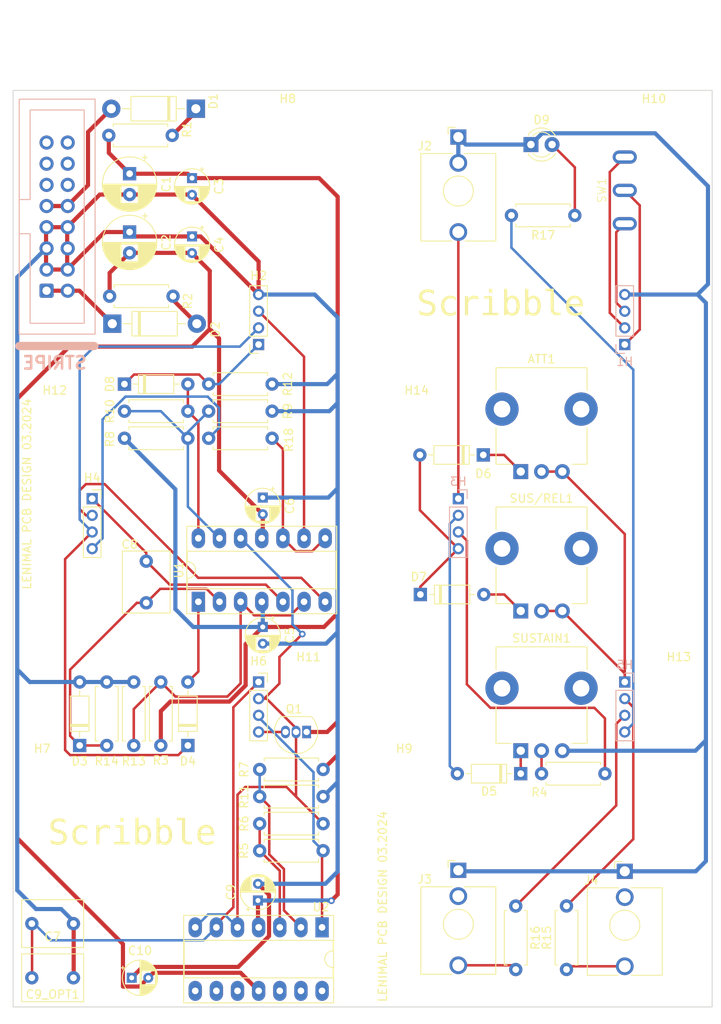
<source format=kicad_pcb>
(kicad_pcb (version 20221018) (generator pcbnew)
  (layers (0 "F.Cu" signal) (31 "B.Cu" signal) (34 "B.Paste" user) (35 "F.Paste" user) (36 "B.SilkS" user "B.Silkscreen") (37 "F.SilkS" user "F.Silkscreen") (38 "B.Mask" user) (39 "F.Mask" user) (44 "Edge.Cuts" user))
  (net 0 "")
  (net 1 "+12V")
  (net 2 "GNDREF")
  (net 3 "-12V")
  (net 4 "Net-(D6-K)")
  (net 5 "Net-(ATT1-Pad2)")
  (net 6 "Net-(U1B-+)")
  (net 7 "Net-(D3-K)")
  (net 8 "Net-(D4-K)")
  (net 9 "Net-(D4-A)")
  (net 10 "Net-(D5-K)")
  (net 11 "Net-(D5-A)")
  (net 12 "Net-(D6-A)")
  (net 13 "Net-(D7-A)")
  (net 14 "Net-(D8-K)")
  (net 15 "Net-(D8-A)")
  (net 16 "Net-(D9-A)")
  (net 17 "Net-(H3-Pad1)")
  (net 18 "Net-(H4-Pad4)")
  (net 19 "Net-(U2B--)")
  (net 20 "Net-(Q1-E)")
  (net 21 "Net-(Q1-B)")
  (net 28 "Net-(J3-PadT)")
  (net 29 "Net-(J4-PadT)")
  (net 31 "Net-(U1A-+)")
  (net 32 "Net-(R4-Pad1)")
  (net 34 "Net-(U2A-+)")
  (net 35 "Net-(U2A--)")
  (net 36 "Net-(U1D--)")
  (net 37 "Net-(U1C-+)")
  (net 38 "Net-(SW1-B)")
  (net 45 "Net-(D1-K)")
  (net 46 "Net-(D1-A)")
  (net 47 "Net-(D2-K)")
  (net 48 "Net-(D2-A)")
  (net 49 "Net-(SW1-A)")
  (net 50 "Net-(SW1-C)")
  (net 51 "Net-(U1C--)")
  (net 52 "Net-(H3-Pad3)")
  (net 53 "Net-(H4-Pad2)")
  (net 54 "Net-(H5-Pad2)")
  (net 55 "Net-(H5-Pad3)")
  (net 56 "Net-(H5-Pad4)")
  (net 57 "Net-(H6-Pad3)")
  (footprint "synth-custom:C_RECT_MKT_1uF" (layer "F.Cu") (at 52.25 156.5)
    (fp_text reference "C9_OPT1")
    (fp_text value "1uF")
  )
  (footprint "synth-custom:R_Axial_DIN0207_L6.3mm_D2.5mm_P7.62mm_Horizontal" (layer "F.Cu") (at 79.63 141.25)
    (fp_text reference "R5")
    (fp_text value "100K")
  )
  (footprint "Capacitor_THT:CP_Radial_D4.0mm_P2.00mm" (layer "F.Cu") (at 80 114.3974 -90)
    (fp_text reference "C5")
    (fp_text value "0.1uF")
  )
  (footprint "Capacitor_THT:CP_Radial_D4.0mm_P2.00mm" (layer "F.Cu") (at 64.25 156.5)
    (fp_text reference "C10")
    (fp_text value "0.1uF")
  )
  (footprint "Diode_THT:D_DO-35_SOD27_P7.62mm_Horizontal" (layer "F.Cu") (at 63.38 85.25)
    (fp_text reference "D8")
    (fp_text value "1N4148")
  )
  (footprint "MountingHole:MountingHole_2.5mm" (layer "F.Cu") (at 55 89.5)
    (fp_text reference "H12")
    (fp_text value "MountingHole" hide)
  )
  (footprint "synth-custom:SPDT_Toggle" (layer "F.Cu") (at 123.5 62 90)
    (fp_text reference "SW1")
    (fp_text value "LOOP")
  )
  (footprint "synth-custom:PinSocket_1x04_P2.00mm_Vertical" (layer "F.Cu") (at 79.5 121)
    (fp_text reference "H6")
    (fp_text value "BTM_8_SGL")
  )
  (footprint "synth-custom:R_Axial_DIN0207_L6.3mm_D2.5mm_P7.62mm_Horizontal" (layer "F.Cu") (at 113.5 132)
    (fp_text reference "R4")
    (fp_text value "100K")
  )
  (footprint "synth-custom:R_Axial_DIN0207_L6.3mm_D2.5mm_P7.62mm_Horizontal" (layer "F.Cu") (at 79.63 134.75)
    (fp_text reference "R11")
    (fp_text value "100K")
  )
  (footprint "Potentiometer_THT:Potentiometer_TT_P0915N" (layer "F.Cu") (at 111 112.475)
    (fp_text reference "SUS/REL1")
    (fp_text value "A1M")
  )
  (footprint "Capacitor_THT:CP_Radial_D6.3mm_P2.50mm" (layer "F.Cu") (at 64 67 -90)
    (fp_text reference "C2")
    (fp_text value "47uF")
  )
  (footprint "Capacitor_THT:CP_Radial_D4.0mm_P2.00mm" (layer "F.Cu") (at 71.5 67.527401 -90)
    (fp_text reference "C4")
    (fp_text value "0.1uF")
  )
  (footprint "synth-custom:R_Axial_DIN0207_L6.3mm_D2.5mm_P7.62mm_Horizontal" (layer "F.Cu") (at 64.5 128.62 90)
    (fp_text reference "R13")
    (fp_text value "47K")
  )
  (footprint "synth-custom:PinSocket_1x04_P2.00mm_Vertical" (layer "F.Cu") (at 59.5 99)
    (fp_text reference "H4")
    (fp_text value "BTM_8_SGL")
  )
  (footprint "Potentiometer_THT:Potentiometer_TT_P0915N" (layer "F.Cu") (at 111 95.75)
    (fp_text reference "ATT1")
    (fp_text value "A1M")
  )
  (footprint "synth-custom:R_Axial_DIN0207_L6.3mm_D2.5mm_P7.62mm_Horizontal" (layer "F.Cu") (at 79.63 138)
    (fp_text reference "R6")
    (fp_text value "100K")
  )
  (footprint "synth-custom:R_Axial_DIN0207_L6.3mm_D2.5mm_P7.62mm_Horizontal" (layer "F.Cu") (at 87.25 131.5 180)
    (fp_text reference "R7")
    (fp_text value "100K")
  )
  (footprint "Package_DIP:DIP-14_W7.62mm_Socket_LongPads" (layer "F.Cu") (at 72.26 111.37 90)
    (fp_text reference "U1")
    (fp_text value "TL074")
  )
  (footprint "Package_TO_SOT_THT:TO-92_Inline" (layer "F.Cu") (at 85.27 127 180)
    (fp_text reference "Q1")
    (fp_text value "BC548")
  )
  (footprint "synth-custom:Jack_3.5mm_QingPu_WQP-PJ398SM_Vertical_CircularHoles" (layer "F.Cu") (at 123.5 143.72)
    (fp_text reference "J4")
    (fp_text value "OUT")
  )
  (footprint "MountingHole:MountingHole_2.5mm" (layer "F.Cu") (at 130.5 53.5)
    (fp_text reference "H10")
    (fp_text value "MountingHole" hide)
  )
  (footprint "MountingHole:MountingHole_2.5mm" (layer "F.Cu") (at 53.5 132.5)
    (fp_text reference "H7")
    (fp_text value "MountingHole" hide)
  )
  (footprint "Capacitor_THT:CP_Radial_D6.3mm_P2.50mm" (layer "F.Cu") (at 64 60 -90)
    (fp_text reference "C1")
    (fp_text value "47uF")
  )
  (footprint "synth-custom:R_Axial_DIN0207_L6.3mm_D2.5mm_P7.62mm_Horizontal" (layer "F.Cu") (at 71 91.75 180)
    (fp_text reference "R8")
    (fp_text value "100K")
  )
  (footprint "MountingHole:MountingHole_2.5mm" (layer "F.Cu") (at 97 132.5)
    (fp_text reference "H9")
    (fp_text value "MountingHole" hide)
  )
  (footprint "Package_DIP:DIP-14_W7.62mm_Socket_LongPads" (layer "F.Cu") (at 87.125 150.45 -90)
    (fp_text reference "U2")
    (fp_text value "TL074")
  )
  (footprint "Diode_THT:D_DO-35_SOD27_P7.62mm_Horizontal" (layer "F.Cu") (at 106.5 93.75 180)
    (fp_text reference "D6")
    (fp_text value "1N4148")
  )
  (footprint "synth-custom:R_Axial_DIN0207_L6.3mm_D2.5mm_P7.62mm_Horizontal" (layer "F.Cu") (at 69.22 74.7 180)
    (fp_text reference "R2")
    (fp_text value "10")
  )
  (footprint "synth-custom:R_Axial_DIN0207_L6.3mm_D2.5mm_P7.62mm_Horizontal" (layer "F.Cu") (at 110.4 147.89 -90)
    (fp_text reference "R16")
    (fp_text value "1K")
  )
  (footprint "synth-custom:R_Axial_DIN0207_L6.3mm_D2.5mm_P7.62mm_Horizontal" (layer "F.Cu") (at 81.12 91.75 180)
    (fp_text reference "R18")
    (fp_text value "100")
  )
  (footprint "synth-custom:R_Axial_DIN0207_L6.3mm_D2.5mm_P7.62mm_Horizontal" (layer "F.Cu") (at 69.12 55.4 180)
    (fp_text reference "R1")
    (fp_text value "10")
  )
  (footprint "Potentiometer_THT:Potentiometer_TT_P0915N" (layer "F.Cu") (at 111 129.25)
    (fp_text reference "SUSTAIN1")
    (fp_text value "A100K")
  )
  (footprint "MountingHole:MountingHole_2.5mm" (layer "F.Cu") (at 130 121.5)
    (fp_text reference "H13")
    (fp_text value "MountingHole" hide)
  )
  (footprint "synth-custom:R_Axial_DIN0207_L6.3mm_D2.5mm_P7.62mm_Horizontal" (layer "F.Cu") (at 117.5 65 180)
    (fp_text reference "R17")
    (fp_text value "470")
  )
  (footprint "Diode_THT:D_DO-35_SOD27_P7.62mm_Horizontal" (layer "F.Cu") (at 71 128.62 90)
    (fp_text reference "D4")
    (fp_text value "1N4148")
  )
  (footprint "synth-custom:Jack_3.5mm_QingPu_WQP-PJ398SM_Vertical_CircularHoles" (layer "F.Cu") (at 103.5 55.6)
    (fp_text reference "J2")
    (fp_text value "GATE")
  )
  (footprint "MountingHole:MountingHole_2.5mm" (layer "F.Cu") (at 98.5 89.5)
    (fp_text reference "H14")
    (fp_text value "MountingHole" hide)
  )
  (footprint "Capacitor_THT:CP_Radial_D4.0mm_P2.00mm" (layer "F.Cu") (at 71.5 60.527401 -90)
    (fp_text reference "C3")
    (fp_text value "0.1uF")
  )
  (footprint "Diode_THT:D_DO-41_SOD81_P10.16mm_Horizontal" (layer "F.Cu") (at 61.92 78)
    (fp_text reference "D2")
    (fp_text value "1N5819")
  )
  (footprint "synth-custom:R_Axial_DIN0207_L6.3mm_D2.5mm_P7.62mm_Horizontal" (layer "F.Cu") (at 71 88.5 180)
    (fp_text reference "R10")
    (fp_text value "100K")
  )
  (footprint "Capacitor_THT:CP_Radial_D4.0mm_P2.00mm" (layer "F.Cu") (at 80 98.87 -90)
    (fp_text reference "C6")
    (fp_text value "0.1uF")
  )
  (footprint "Diode_THT:D_DO-35_SOD27_P7.62mm_Horizontal" (layer "F.Cu") (at 111 132 180)
    (fp_text reference "D5")
    (fp_text value "1N4148")
  )
  (footprint "Diode_THT:D_DO-35_SOD27_P7.62mm_Horizontal" (layer "F.Cu") (at 58 128.62 90)
    (fp_text reference "D3")
    (fp_text value "1N4148")
  )
  (footprint "synth-custom:R_Axial_DIN0207_L6.3mm_D2.5mm_P7.62mm_Horizontal" (layer "F.Cu") (at 67.75 128.62 90)
    (fp_text reference "R3")
    (fp_text value "100K")
  )
  (footprint "MountingHole:MountingHole_2.5mm" (layer "F.Cu") (at 85.5 121.5)
    (fp_text reference "H11")
    (fp_text value "MountingHole" hide)
  )
  (footprint "Diode_THT:D_DO-35_SOD27_P7.62mm_Horizontal" (layer "F.Cu") (at 98.94 110.5)
    (fp_text reference "D7")
    (fp_text value "1N4148")
  )
  (footprint "Capacitor_THT:CP_Radial_D4.0mm_P2.00mm" (layer "F.Cu") (at 79.425 147.2226 90)
    (fp_text reference "C9")
    (fp_text value "0.1uF")
  )
  (footprint "synth-custom:R_Axial_DIN0207_L6.3mm_D2.5mm_P7.62mm_Horizontal" (layer "F.Cu") (at 81.12 85.25 180)
    (fp_text reference "R12")
    (fp_text value "100K")
  )
  (footprint "Diode_THT:D_DO-41_SOD81_P10.16mm_Horizontal" (layer "F.Cu") (at 71.96 52.2 180)
    (fp_text reference "D1")
    (fp_text value "1N5819")
  )
  (footprint "LED_THT:LED_D3.0mm" (layer "F.Cu") (at 112.225 56.5)
    (fp_text reference "D9")
    (fp_text value "LED")
  )
  (footprint "synth-custom:C_RECT_MKT_1uF" (layer "F.Cu") (at 52.25 150)
    (fp_text reference "C7")
    (fp_text value "1uF")
  )
  (footprint "MountingHole:MountingHole_2.5mm" (layer "F.Cu") (at 86 53.5)
    (fp_text reference "H8")
    (fp_text value "MountingHole" hide)
  )
  (footprint "synth-custom:R_Axial_DIN0207_L6.3mm_D2.5mm_P7.62mm_Horizontal" (layer "F.Cu") (at 73.5 88.5)
    (fp_text reference "R9")
    (fp_text value "100K")
  )
  (footprint "synth-custom:PinSocket_1x04_P2.00mm_Vertical" (layer "F.Cu") (at 79.5 80.5 180)
    (fp_text reference "H2")
    (fp_text value "~")
  )
  (footprint "synth-custom:R_Axial_DIN0207_L6.3mm_D2.5mm_P7.62mm_Horizontal" (layer "F.Cu") (at 116.5 155.5 90)
    (fp_text reference "R15")
    (fp_text value "1K")
  )
  (footprint "synth-custom:R_Axial_DIN0207_L6.3mm_D2.5mm_P7.62mm_Horizontal" (layer "F.Cu") (at 61.25 121 -90)
    (fp_text reference "R14")
    (fp_text value "10K")
  )
  (footprint "synth-custom:C_RECT_MKT_1uF" (layer "F.Cu") (at 66 106.5 -90)
    (fp_text reference "C8")
    (fp_text value "1uF")
  )
  (footprint "synth-custom:Jack_3.5mm_QingPu_WQP-PJ398SM_Vertical_CircularHoles" (layer "F.Cu") (at 103.5 143.6)
    (fp_text reference "J3")
    (fp_text value "INV_OUT")
  )
  (footprint "synth-custom:PinHeader_1x04_P2.00mm_Vertical" (layer "B.Cu") (at 123.5 80.5)
    (fp_text reference "H1")
    (fp_text value "~")
  )
  (footprint "synth-custom:CONN_02x08_PWR" (layer "B.Cu") (at 55.26 65.18 180)
    (fp_text reference "J1" hide)
    (fp_text value "PWR" hide)
  )
  (footprint "synth-custom:PinHeader_1x04_P2.00mm_Vertical" (layer "B.Cu") (at 123.5 121 180)
    (fp_text reference "H5")
    (fp_text value "BTM_8_SGL")
  )
  (footprint "synth-custom:PinHeader_1x04_P2.00mm_Vertical" (layer "B.Cu") (at 103.5 99 180)
    (fp_text reference "H3")
    (fp_text value "TOP_8_SGL")
  )
  (gr_rect (start 50 50) (end 134 160) (stroke (width 0.1)) (fill none) (layer "Edge.Cuts"))
  (gr_text "LENIMAL PCB DESIGN 03.2024" (at 52.25 110 90) (layer "F.SilkS") (effects (font (size 1 1)) (justify left bottom)))
  (gr_text "Scribble" (at 54.2 141) (layer "F.SilkS") (effects (font (size 3 3) (thickness 0.15) italic) (justify left bottom)))
  (gr_text "LENIMAL PCB DESIGN 03.2024" (at 95 159.5 90) (layer "F.SilkS") (effects (font (size 1 1)) (justify left bottom)))
  (gr_text "Scribble" (at 98.5 77.5) (layer "F.SilkS") (effects (font (size 3 3) (thickness 0.15) italic) (justify left bottom)))
  (segment (start 64 60) (end 70.972599 60) (width 0.5) (layer "F.Cu") (net 1))
  (segment (start 75.998528 123.35) (end 68.9 123.35) (width 0.5) (layer "F.Cu") (net 1))
  (segment (start 79.425 147.2226) (end 79.425 150.37) (width 0.5) (layer "F.Cu") (net 1))
  (segment (start 61.5 55.4) (end 61.5 57.5) (width 0.5) (layer "F.Cu") (net 1))
  (segment (start 89 146.5) (end 88.25 147.25) (width 0.5) (layer "F.Cu") (net 1))
  (segment (start 87.25 131.5) (end 89 129.75) (width 0.5) (layer "F.Cu") (net 1))
  (segment (start 67.75 124.5) (end 67.75 128.62) (width 0.5) (layer "F.Cu") (net 1))
  (segment (start 77.94 121.408528) (end 75.998528 123.35) (width 0.5) (layer "F.Cu") (net 1))
  (segment (start 86.777401 60.527401) (end 71.5 60.527401) (width 0.5) (layer "F.Cu") (net 1))
  (segment (start 79.425 150.37) (end 79.505 150.45) (width 0.5) (layer "F.Cu") (net 1))
  (segment (start 61.5 57.5) (end 64 60) (width 0.5) (layer "F.Cu") (net 1))
  (segment (start 89 125.75) (end 89 112.75) (width 0.5) (layer "F.Cu") (net 1))
  (segment (start 87.3526 114.3974) (end 89 112.75) (width 0.5) (layer "F.Cu") (net 1))
  (segment (start 89 129.75) (end 89 146.5) (width 0.5) (layer "F.Cu") (net 1))
  (segment (start 89 112.75) (end 89 62.75) (width 0.5) (layer "F.Cu") (net 1))
  (segment (start 89 62.75) (end 86.777401 60.527401) (width 0.5) (layer "F.Cu") (net 1))
  (segment (start 68.9 123.35) (end 67.75 124.5) (width 0.5) (layer "F.Cu") (net 1))
  (segment (start 70.972599 60) (end 71.5 60.527401) (width 0.5) (layer "F.Cu") (net 1))
  (segment (start 85.27 127) (end 87.75 127) (width 0.5) (layer "F.Cu") (net 1))
  (segment (start 80 114.3974) (end 77.94 116.4574) (width 0.5) (layer "F.Cu") (net 1))
  (segment (start 80 114.3974) (end 87.3526 114.3974) (width 0.5) (layer "F.Cu") (net 1))
  (segment (start 89 129.75) (end 89 125.75) (width 0.5) (layer "F.Cu") (net 1))
  (segment (start 77.94 116.4574) (end 77.94 121.408528) (width 0.5) (layer "F.Cu") (net 1))
  (segment (start 87.75 127) (end 89 125.75) (width 0.5) (layer "F.Cu") (net 1))
  (via (at 88.25 147.25) (size 0.8) (drill 0.4) (layers "F.Cu" "B.Cu") (net 1))
  (segment (start 69.5 112.25) (end 71.6474 114.3974) (width 0.5) (layer "B.Cu") (net 1))
  (segment (start 69.5 97.87) (end 69.5 112.25) (width 0.5) (layer "B.Cu") (net 1))
  (segment (start 63.38 91.75) (end 69.5 97.87) (width 0.5) (layer "B.Cu") (net 1))
  (segment (start 80 111.49) (end 79.88 111.37) (width 0.5) (layer "B.Cu") (net 1))
  (segment (start 71.6474 114.3974) (end 80 114.3974) (width 0.5) (layer "B.Cu") (net 1))
  (segment (start 88.2226 147.2226) (end 79.425 147.2226) (width 0.5) (layer "B.Cu") (net 1))
  (segment (start 80 114.3974) (end 80 111.49) (width 0.5) (layer "B.Cu") (net 1))
  (segment (start 88.25 147.25) (end 88.2226 147.2226) (width 0.5) (layer "B.Cu") (net 1))
  (segment (start 64 62.5) (end 60.42 62.5) (width 0.5) (layer "F.Cu") (net 2))
  (segment (start 71.5 67.527401) (end 72.527401 67.527401) (width 0.5) (layer "F.Cu") (net 2))
  (segment (start 65.55 155.2) (end 64.25 156.5) (width 0.5) (layer "F.Cu") (net 2))
  (segment (start 57.277401 149.75) (end 57.277401 156.25) (width 0.5) (layer "F.Cu") (net 2))
  (segment (start 53.96 66.42) (end 56.5 66.42) (width 0.5) (layer "F.Cu") (net 2))
  (segment (start 64 67) (end 61 67) (width 0.5) (layer "F.Cu") (net 2))
  (segment (start 64 156.25) (end 64.25 156.5) (width 0.5) (layer "F.Cu") (net 2))
  (segment (start 80.755 146.5526) (end 80.755 151.495) (width 0.5) (layer "F.Cu") (net 2))
  (segment (start 56.5 68.96) (end 56.5 71.5) (width 0.5) (layer "F.Cu") (net 2))
  (segment (start 80.755 151.495) (end 77.05 155.2) (width 0.5) (layer "F.Cu") (net 2))
  (segment (start 60.42 62.5) (end 56.5 66.42) (width 0.5) (layer "F.Cu") (net 2))
  (segment (start 56.5 71.5) (end 53.96 71.5) (width 0.5) (layer "F.Cu") (net 2))
  (segment (start 61 67) (end 56.5 71.5) (width 0.5) (layer "F.Cu") (net 2))
  (segment (start 71.472599 62.5) (end 71.5 62.527401) (width 0.5) (layer "F.Cu") (net 2))
  (segment (start 79.425 145.2226) (end 80.755 146.5526) (width 0.5) (layer "F.Cu") (net 2))
  (segment (start 71.5 62.527401) (end 79.5 70.527401) (width 0.5) (layer "F.Cu") (net 2))
  (segment (start 71.5 67.527401) (end 64.527401 67.527401) (width 0.5) (layer "F.Cu") (net 2))
  (segment (start 53.96 71.5) (end 53.96 68.96) (width 0.5) (layer "F.Cu") (net 2))
  (segment (start 79.5 70.527401) (end 79.5 74.5) (width 0.5) (layer "F.Cu") (net 2))
  (segment (start 64 62.5) (end 71.472599 62.5) (width 0.5) (layer "F.Cu") (net 2))
  (segment (start 77.05 155.2) (end 65.55 155.2) (width 0.5) (layer "F.Cu") (net 2))
  (segment (start 64.527401 67.527401) (end 64 67) (width 0.5) (layer "F.Cu") (net 2))
  (segment (start 53.96 66.42) (end 53.96 68.96) (width 0.5) (layer "F.Cu") (net 2))
  (segment (start 56.5 66.42) (end 56.5 68.96) (width 0.5) (layer "F.Cu") (net 2))
  (segment (start 72.527401 67.527401) (end 79.5 74.5) (width 0.5) (layer "F.Cu") (net 2))
  (segment (start 103.62 143.72) (end 103.5 143.6) (width 0.5) (layer "B.Cu") (net 2))
  (segment (start 132.25 74.5) (end 133.5 73.25) (width 0.5) (layer "B.Cu") (net 2))
  (segment (start 132 129.25) (end 133.25 128) (width 0.5) (layer "B.Cu") (net 2))
  (segment (start 50.5 146) (end 52.75 148.25) (width 0.5) (layer "B.Cu") (net 2))
  (segment (start 123.5 74.5) (end 132.25 74.5) (width 0.5) (layer "B.Cu") (net 2))
  (segment (start 79.425 145.2226) (end 87.5274 145.2226) (width 0.5) (layer "B.Cu") (net 2))
  (segment (start 50.5 119.5) (end 50.5 146) (width 0.5) (layer "B.Cu") (net 2))
  (segment (start 58 121) (end 52 121) (width 0.5) (layer "B.Cu") (net 2))
  (segment (start 132.25 74.5) (end 133.25 75.5) (width 0.5) (layer "B.Cu") (net 2))
  (segment (start 133.25 142.5) (end 132.03 143.72) (width 0.5) (layer "B.Cu") (net 2))
  (segment (start 87.6026 116.3974) (end 89 115) (width 0.5) (layer "B.Cu") (net 2))
  (segment (start 87.5274 145.2226) (end 89 143.75) (width 0.5) (layer "B.Cu") (net 2))
  (segment (start 104.4 56.5) (end 103.5 55.6) (width 0.5) (layer "B.Cu") (net 2))
  (segment (start 133.25 75.5) (end 133.25 128) (width 0.5) (layer "B.Cu") (net 2))
  (segment (start 89 87.5) (end 89 84) (width 0.5) (layer "B.Cu") (net 2))
  (segment (start 103.5 55.6) (end 103.5 58.7) (width 0.5) (layer "B.Cu") (net 2))
  (segment (start 87.75 85.25) (end 89 84) (width 0.5) (layer "B.Cu") (net 2))
  (segment (start 116 129.25) (end 132 129.25) (width 0.5) (layer "B.Cu") (net 2))
  (segment (start 112.225 56.5) (end 104.4 56.5) (width 0.5) (layer "B.Cu") (net 2))
  (segment (start 133.25 128) (end 133.25 142.5) (width 0.5) (layer "B.Cu") (net 2))
  (segment (start 52 121) (end 50.5 119.5) (width 0.5) (layer "B.Cu") (net 2))
  (segment (start 87.25 134.75) (end 89 133) (width 0.5) (layer "B.Cu") (net 2))
  (segment (start 89 84) (end 89 77.25) (width 0.5) (layer "B.Cu") (net 2))
  (segment (start 133.5 61.5) (end 127.15 55.15) (width 0.5) (layer "B.Cu") (net 2))
  (segment (start 52.75 148.25) (end 55.777401 148.25) (width 0.5) (layer "B.Cu") (net 2))
  (segment (start 81.12 88.5) (end 88 88.5) (width 0.5) (layer "B.Cu") (net 2))
  (segment (start 55.777401 148.25) (end 57.277401 149.75) (width 0.5) (layer "B.Cu") (net 2))
  (segment (start 80 98.87) (end 87.88 98.87) (width 0.5) (layer "B.Cu") (net 2))
  (segment (start 58 121) (end 61.25 121) (width 0.5) (layer "B.Cu") (net 2))
  (segment (start 86.25 74.5) (end 79.5 74.5) (width 0.5) (layer "B.Cu") (net 2))
  (segment (start 133.5 73.25) (end 133.5 61.5) (width 0.5) (layer "B.Cu") (net 2))
  (segment (start 89 143.75) (end 89 133) (width 0.5) (layer "B.Cu") (net 2))
  (segment (start 127.15 55.15) (end 113.575 55.15) (width 0.5) (layer "B.Cu") (net 2))
  (segment (start 81.12 85.25) (end 87.75 85.25) (width 0.5) (layer "B.Cu") (net 2))
  (segment (start 89 133) (end 89 115) (width 0.5) (layer "B.Cu") (net 2))
  (segment (start 89 115) (end 89 97.75) (width 0.5) (layer "B.Cu") (net 2))
  (segment (start 89 77.25) (end 86.25 74.5) (width 0.5) (layer "B.Cu") (net 2))
  (segment (start 113.575 55.15) (end 112.225 56.5) (width 0.5) (layer "B.Cu") (net 2))
  (segment (start 132.03 143.72) (end 123.5 143.72) (width 0.5) (layer "B.Cu") (net 2))
  (segment (start 87.88 98.87) (end 89 97.75) (width 0.5) (layer "B.Cu") (net 2))
  (segment (start 80 116.3974) (end 87.6026 116.3974) (width 0.5) (layer "B.Cu") (net 2))
  (segment (start 88 88.5) (end 89 87.5) (width 0.5) (layer "B.Cu") (net 2))
  (segment (start 61.25 121) (end 64.5 121) (width 0.5) (layer "B.Cu") (net 2))
  (segment (start 50.5 72.42) (end 53.96 68.96) (width 0.5) (layer "B.Cu") (net 2))
  (segment (start 123.5 143.72) (end 103.62 143.72) (width 0.5) (layer "B.Cu") (net 2))
  (segment (start 50.5 119.5) (end 50.5 72.42) (width 0.5) (layer "B.Cu") (net 2))
  (segment (start 89 97.75) (end 89 87.5) (width 0.5) (layer "B.Cu") (net 2))
  (segment (start 63.2 152.45) (end 50.5 139.75) (width 0.5) (layer "F.Cu") (net 3))
  (segment (start 63.2 157.55) (end 63.2 152.45) (width 0.5) (layer "F.Cu") (net 3))
  (segment (start 61.6 71.9) (end 64 69.5) (width 0.5) (layer "F.Cu") (net 3))
  (segment (start 65.2 157.55) (end 63.2 157.55) (width 0.5) (layer "F.Cu") (net 3))
  (segment (start 73.63 78.642032) (end 73.63 71.657401) (width 0.5) (layer "F.Cu") (net 3))
  (segment (start 77.335 155.9) (end 79.505 158.07) (width 0.5) (layer "F.Cu") (net 3))
  (segment (start 56.75 80.75) (end 71.522032 80.75) (width 0.5) (layer "F.Cu") (net 3))
  (segment (start 66.85 155.9) (end 77.335 155.9) (width 0.5) (layer "F.Cu") (net 3))
  (segment (start 66.25 156.5) (end 65.2 157.55) (width 0.5) (layer "F.Cu") (net 3))
  (segment (start 80 100.87) (end 74.75 95.62) (width 0.5) (layer "F.Cu") (net 3))
  (segment (start 74.75 95.62) (end 74.75 79.762032) (width 0.5) (layer "F.Cu") (net 3))
  (segment (start 74.75 79.762032) (end 73.63 78.642032) (width 0.5) (layer "F.Cu") (net 3))
  (segment (start 71.522032 80.75) (end 73.63 78.642032) (width 0.5) (layer "F.Cu") (net 3))
  (segment (start 50.5 87) (end 56.75 80.75) (width 0.5) (layer "F.Cu") (net 3))
  (segment (start 80 103.63) (end 79.88 103.75) (width 0.5) (layer "F.Cu") (net 3))
  (segment (start 71.472599 69.5) (end 71.5 69.527401) (width 0.5) (layer "F.Cu") (net 3))
  (segment (start 64 69.5) (end 71.472599 69.5) (width 0.5) (layer "F.Cu") (net 3))
  (segment (start 61.6 74.7) (end 61.6 71.9) (width 0.5) (layer "F.Cu") (net 3))
  (segment (start 73.63 71.657401) (end 71.5 69.527401) (width 0.5) (layer "F.Cu") (net 3))
  (segment (start 80 100.87) (end 80 103.63) (width 0.5) (layer "F.Cu") (net 3))
  (segment (start 50.5 139.75) (end 50.5 87) (width 0.5) (layer "F.Cu") (net 3))
  (segment (start 66.25 156.5) (end 66.85 155.9) (width 0.5) (layer "F.Cu") (net 3))
  (segment (start 109 93.75) (end 111 95.75) (width 0.3) (layer "F.Cu") (net 4))
  (segment (start 106.5 93.75) (end 109 93.75) (width 0.3) (layer "F.Cu") (net 4))
  (segment (start 123.5 103.25) (end 123.5 121) (width 0.3) (layer "F.Cu") (net 5))
  (segment (start 113.5 95.75) (end 116 95.75) (width 0.3) (layer "F.Cu") (net 5))
  (segment (start 116 95.75) (end 123.5 103.25) (width 0.3) (layer "F.Cu") (net 5))
  (segment (start 123.5 119.975) (end 116 112.475) (width 0.3) (layer "F.Cu") (net 5))
  (segment (start 113.5 112.475) (end 116 112.475) (width 0.3) (layer "F.Cu") (net 5))
  (segment (start 123.5 121) (end 123.5 119.975) (width 0.3) (layer "F.Cu") (net 5))
  (segment (start 68.82 109.32) (end 66 106.5) (width 0.3) (layer "F.Cu") (net 6))
  (segment (start 80.37 109.32) (end 68.82 109.32) (width 0.3) (layer "F.Cu") (net 6))
  (segment (start 82.42 111.37) (end 80.37 109.32) (width 0.3) (layer "F.Cu") (net 6))
  (segment (start 66 105.5) (end 66 106.5) (width 0.3) (layer "F.Cu") (net 6))
  (segment (start 59.5 99) (end 66 105.5) (width 0.3) (layer "F.Cu") (net 6))
  (segment (start 67.68 109.82) (end 73.25 109.82) (width 0.3) (layer "F.Cu") (net 7))
  (segment (start 61.25 128.62) (end 58 128.62) (width 0.3) (layer "F.Cu") (net 7))
  (segment (start 56.85 119.51863) (end 64.86863 111.5) (width 0.3) (layer "F.Cu") (net 7))
  (segment (start 58 128.62) (end 56.85 127.47) (width 0.3) (layer "F.Cu") (net 7))
  (segment (start 56.85 127.47) (end 56.85 119.51863) (width 0.3) (layer "F.Cu") (net 7))
  (segment (start 66 111.5) (end 67.68 109.82) (width 0.3) (layer "F.Cu") (net 7))
  (segment (start 73.25 109.82) (end 74.8 111.37) (width 0.3) (layer "F.Cu") (net 7))
  (segment (start 64.86863 111.5) (end 66 111.5) (width 0.3) (layer "F.Cu") (net 7))
  (segment (start 56.25 106.25) (end 59.5 103) (width 0.3) (layer "F.Cu") (net 8))
  (segment (start 56.25 129.17) (end 56.25 106.25) (width 0.3) (layer "F.Cu") (net 8))
  (segment (start 69.85 129.77) (end 56.85 129.77) (width 0.3) (layer "F.Cu") (net 8))
  (segment (start 71 128.62) (end 69.85 129.77) (width 0.3) (layer "F.Cu") (net 8))
  (segment (start 56.85 129.77) (end 56.25 129.17) (width 0.3) (layer "F.Cu") (net 8))
  (segment (start 58 82.5) (end 58 101.5) (width 0.3) (layer "B.Cu") (net 8))
  (segment (start 79.5 78.5) (end 77.25 80.75) (width 0.3) (layer "B.Cu") (net 8))
  (segment (start 77.25 80.75) (end 59.75 80.75) (width 0.3) (layer "B.Cu") (net 8))
  (segment (start 59.75 80.75) (end 58 82.5) (width 0.3) (layer "B.Cu") (net 8))
  (segment (start 58 101.5) (end 59.5 103) (width 0.3) (layer "B.Cu") (net 8))
  (segment (start 72.26 111.37) (end 72.26 119.74) (width 0.3) (layer "F.Cu") (net 9))
  (segment (start 72.26 119.74) (end 71 121) (width 0.3) (layer "F.Cu") (net 9))
  (segment (start 111 132) (end 111 129.25) (width 0.3) (layer "F.Cu") (net 10))
  (segment (start 102.475 102.025) (end 102.475 131.095) (width 0.3) (layer "B.Cu") (net 11))
  (segment (start 102.475 131.095) (end 103.38 132) (width 0.3) (layer "B.Cu") (net 11))
  (segment (start 103.5 101) (end 102.475 102.025) (width 0.3) (layer "B.Cu") (net 11))
  (segment (start 98.88 93.75) (end 98.88 100.38) (width 0.3) (layer "F.Cu") (net 12))
  (segment (start 98.88 100.38) (end 103.5 105) (width 0.3) (layer "F.Cu") (net 12))
  (segment (start 98.94 109.56) (end 103.5 105) (width 0.3) (layer "F.Cu") (net 12))
  (segment (start 98.94 110.5) (end 98.94 109.56) (width 0.3) (layer "F.Cu") (net 12))
  (segment (start 106.56 110.5) (end 109.025 110.5) (width 0.3) (layer "F.Cu") (net 13))
  (segment (start 109.025 110.5) (end 111 112.475) (width 0.3) (layer "F.Cu") (net 13))
  (segment (start 63.38 85.25) (end 64.53 84.1) (width 0.3) (layer "F.Cu") (net 14))
  (segment (start 64.53 84.1) (end 72.35 84.1) (width 0.3) (layer "F.Cu") (net 14))
  (segment (start 72.35 84.1) (end 73.5 85.25) (width 0.3) (layer "F.Cu") (net 14))
  (segment (start 73.5 85.25) (end 74.75 85.25) (width 0.3) (layer "B.Cu") (net 14))
  (segment (start 74.75 85.25) (end 79.5 80.5) (width 0.3) (layer "B.Cu") (net 14))
  (segment (start 72.26 103.75) (end 72.26 89.76) (width 0.3) (layer "F.Cu") (net 15))
  (segment (start 71 88.5) (end 71 85.25) (width 0.3) (layer "F.Cu") (net 15))
  (segment (start 72.26 89.76) (end 71 88.5) (width 0.3) (layer "F.Cu") (net 15))
  (segment (start 114.765 56.5) (end 117.5 59.235) (width 0.3) (layer "F.Cu") (net 16))
  (segment (start 117.5 59.235) (end 117.5 65) (width 0.3) (layer "F.Cu") (net 16))
  (segment (start 103.5 99) (end 103.5 67) (width 0.3) (layer "F.Cu") (net 17))
  (segment (start 59.5 105) (end 60.75 103.75) (width 0.3) (layer "B.Cu") (net 18))
  (segment (start 74.75 88.123654) (end 74.75 90.5) (width 0.3) (layer "B.Cu") (net 18))
  (segment (start 73.376346 86.75) (end 74.75 88.123654) (width 0.3) (layer "B.Cu") (net 18))
  (segment (start 74.75 90.5) (end 73.5 91.75) (width 0.3) (layer "B.Cu") (net 18))
  (segment (start 63.5 86.75) (end 73.376346 86.75) (width 0.3) (layer "B.Cu") (net 18))
  (segment (start 60.75 103.75) (end 60.75 89.5) (width 0.3) (layer "B.Cu") (net 18))
  (segment (start 60.75 89.5) (end 63.5 86.75) (width 0.3) (layer "B.Cu") (net 18))
  (segment (start 74.425 150.45) (end 74.425 150.075) (width 0.3) (layer "F.Cu") (net 19))
  (segment (start 76.465 124.035) (end 79.5 121) (width 0.3) (layer "F.Cu") (net 19))
  (segment (start 52.277401 156.25) (end 52.277401 149.75) (width 0.3) (layer "F.Cu") (net 19))
  (segment (start 74.425 150.075) (end 76.465 148.035) (width 0.3) (layer "F.Cu") (net 19))
  (segment (start 76.465 148.035) (end 76.465 124.035) (width 0.3) (layer "F.Cu") (net 19))
  (segment (start 72.875 152) (end 74.425 150.45) (width 0.3) (layer "B.Cu") (net 19))
  (segment (start 52.277401 149.75) (end 54.527401 152) (width 0.3) (layer "B.Cu") (net 19))
  (segment (start 54.527401 152) (end 72.875 152) (width 0.3) (layer "B.Cu") (net 19))
  (segment (start 82.73 127) (end 79.5 127) (width 0.3) (layer "F.Cu") (net 20))
  (segment (start 84 127) (end 84 134.75) (width 0.3) (layer "F.Cu") (net 21))
  (segment (start 76.965 134.535) (end 76.965 150.45) (width 0.3) (layer "F.Cu") (net 21))
  (segment (start 82 121.1875) (end 80.1875 123) (width 0.3) (layer "F.Cu") (net 21))
  (segment (start 87.25 138) (end 82.85 133.6) (width 0.3) (layer "F.Cu") (net 21))
  (segment (start 82 118) (end 82 121.1875) (width 0.3) (layer "F.Cu") (net 21))
  (segment (start 79.5 123) (end 80.454594 123) (width 0.3) (layer "F.Cu") (net 21))
  (segment (start 77.9 133.6) (end 76.965 134.535) (width 0.3) (layer "F.Cu") (net 21))
  (segment (start 80.454594 123) (end 84 126.545406) (width 0.3) (layer "F.Cu") (net 21))
  (segment (start 84 126.545406) (end 84 127) (width 0.3) (layer "F.Cu") (net 21))
  (segment (start 84.75 115.25) (end 82 118) (width 0.3) (layer "F.Cu") (net 21))
  (segment (start 82.85 133.6) (end 77.9 133.6) (width 0.3) (layer "F.Cu") (net 21))
  (segment (start 80.1875 123) (end 79.5 123) (width 0.3) (layer "F.Cu") (net 21))
  (via (at 84.75 115.25) (size 0.8) (drill 0.4) (layers "F.Cu" "B.Cu") (net 21))
  (segment (start 83.57 109.98) (end 77.34 103.75) (width 0.3) (layer "B.Cu") (net 21))
  (segment (start 73.435 148.9) (end 75.415 148.9) (width 0.3) (layer "B.Cu") (net 21))
  (segment (start 71.885 150.45) (end 73.435 148.9) (width 0.3) (layer "B.Cu") (net 21))
  (segment (start 75.415 148.9) (end 76.965 150.45) (width 0.3) (layer "B.Cu") (net 21))
  (segment (start 84.75 115.25) (end 83.57 114.07) (width 0.3) (layer "B.Cu") (net 21))
  (segment (start 83.57 114.07) (end 83.57 109.98) (width 0.3) (layer "B.Cu") (net 21))
  (segment (start 109.89 155) (end 110.4 155.51) (width 0.3) (layer "F.Cu") (net 28))
  (segment (start 103.5 155) (end 109.89 155) (width 0.3) (layer "F.Cu") (net 28))
  (segment (start 123.5 155.12) (end 116.88 155.12) (width 0.3) (layer "F.Cu") (net 29))
  (segment (start 116.88 155.12) (end 116.5 155.5) (width 0.3) (layer "F.Cu") (net 29))
  (segment (start 75.75 122.75) (end 69.5 122.75) (width 0.3) (layer "F.Cu") (net 31))
  (segment (start 83.33 113) (end 78.97 113) (width 0.3) (layer "F.Cu") (net 31))
  (segment (start 77.34 121.16) (end 75.75 122.75) (width 0.3) (layer "F.Cu") (net 31))
  (segment (start 67.75 121) (end 64.5 124.25) (width 0.3) (layer "F.Cu") (net 31))
  (segment (start 84.96 111.37) (end 83.33 113) (width 0.3) (layer "F.Cu") (net 31))
  (segment (start 78.97 113) (end 77.34 111.37) (width 0.3) (layer "F.Cu") (net 31))
  (segment (start 77.34 111.37) (end 77.34 121.16) (width 0.3) (layer "F.Cu") (net 31))
  (segment (start 64.5 124.25) (end 64.5 128.62) (width 0.3) (layer "F.Cu") (net 31))
  (segment (start 69.5 122.75) (end 67.75 121) (width 0.3) (layer "F.Cu") (net 31))
  (segment (start 113.5 129.25) (end 113.5 132) (width 0.3) (layer "F.Cu") (net 32))
  (segment (start 79.63 141.25) (end 79.63 138) (width 0.3) (layer "F.Cu") (net 34))
  (segment (start 82.045 150.45) (end 82.045 143.665) (width 0.3) (layer "F.Cu") (net 34))
  (segment (start 82.045 143.665) (end 79.63 141.25) (width 0.3) (layer "F.Cu") (net 34))
  (segment (start 82.545 143.457894) (end 80.78 141.692894) (width 0.3) (layer "F.Cu") (net 35))
  (segment (start 82.545 148.41) (end 82.545 143.457894) (width 0.3) (layer "F.Cu") (net 35))
  (segment (start 84.585 150.45) (end 82.545 148.41) (width 0.3) (layer "F.Cu") (net 35))
  (segment (start 80.78 135.9) (end 79.63 134.75) (width 0.3) (layer "F.Cu") (net 35))
  (segment (start 80.78 141.692894) (end 80.78 135.9) (width 0.3) (layer "F.Cu") (net 35))
  (segment (start 79.63 131.5) (end 79.63 134.75) (width 0.3) (layer "B.Cu") (net 35))
  (segment (start 63.38 88.5) (end 67.75 88.5) (width 0.3) (layer "B.Cu") (net 36))
  (segment (start 71 99.95) (end 74.8 103.75) (width 0.3) (layer "B.Cu") (net 36))
  (segment (start 71 91) (end 71 91.75) (width 0.3) (layer "B.Cu") (net 36))
  (segment (start 73.5 88.5) (end 71 91) (width 0.3) (layer "B.Cu") (net 36))
  (segment (start 71 91.75) (end 71 99.95) (width 0.3) (layer "B.Cu") (net 36))
  (segment (start 67.75 88.5) (end 71 91.75) (width 0.3) (layer "B.Cu") (net 36))
  (segment (start 87.5 103.75) (end 85.95 105.3) (width 0.3) (layer "F.Cu") (net 37))
  (segment (start 85.95 105.3) (end 83.97 105.3) (width 0.3) (layer "F.Cu") (net 37))
  (segment (start 83.97 105.3) (end 82.42 103.75) (width 0.3) (layer "F.Cu") (net 37))
  (segment (start 82.42 103.75) (end 82.42 93.05) (width 0.3) (layer "F.Cu") (net 37))
  (segment (start 82.42 93.05) (end 81.12 91.75) (width 0.3) (layer "F.Cu") (net 37))
  (segment (start 122.475 67.025) (end 123.5 66) (width 0.3) (layer "F.Cu") (net 38))
  (segment (start 123.5 76.5) (end 122.475 75.475) (width 0.3) (layer "F.Cu") (net 38))
  (segment (start 122.475 75.475) (end 122.475 67.025) (width 0.3) (layer "F.Cu") (net 38))
  (segment (start 71.96 52.56) (end 69.12 55.4) (width 0.5) (layer "F.Cu") (net 45))
  (segment (start 71.96 52.2) (end 71.96 52.56) (width 0.5) (layer "F.Cu") (net 45))
  (segment (start 59 55) (end 61.8 52.2) (width 0.5) (layer "F.Cu") (net 46))
  (segment (start 56.5 63.88) (end 59 61.38) (width 0.5) (layer "F.Cu") (net 46))
  (segment (start 53.96 63.88) (end 56.5 63.88) (width 0.5) (layer "F.Cu") (net 46))
  (segment (start 59 61.38) (end 59 55) (width 0.5) (layer "F.Cu") (net 46))
  (segment (start 57.96 74.04) (end 61.92 78) (width 0.5) (layer "F.Cu") (net 47))
  (segment (start 53.96 74.04) (end 56.5 74.04) (width 0.5) (layer "F.Cu") (net 47))
  (segment (start 56.5 74.04) (end 57.96 74.04) (width 0.5) (layer "F.Cu") (net 47))
  (segment (start 69.22 75.14) (end 69.22 74.7) (width 0.5) (layer "F.Cu") (net 48))
  (segment (start 72.08 78) (end 69.22 75.14) (width 0.5) (layer "F.Cu") (net 48))
  (segment (start 123.5 80.5) (end 125.3 78.7) (width 0.3) (layer "F.Cu") (net 49))
  (segment (start 125.3 78.7) (end 125.3 63.8) (width 0.3) (layer "F.Cu") (net 49))
  (segment (start 125.3 63.8) (end 123.5 62) (width 0.3) (layer "F.Cu") (net 49))
  (segment (start 123.5 78.5) (end 121.7 76.7) (width 0.3) (layer "F.Cu") (net 50))
  (segment (start 121.7 76.7) (end 121.7 59.8) (width 0.3) (layer "F.Cu") (net 50))
  (segment (start 121.7 59.8) (end 123.5 58) (width 0.3) (layer "F.Cu") (net 50))
  (segment (start 84.96 103.75) (end 84.96 81.96) (width 0.3) (layer "F.Cu") (net 51))
  (segment (start 84.96 81.96) (end 79.5 76.5) (width 0.3) (layer "F.Cu") (net 51))
  (segment (start 119.85 124.1) (end 107.35 124.1) (width 0.3) (layer "F.Cu") (net 52))
  (segment (start 104.525 104.025) (end 103.5 103) (width 0.3) (layer "F.Cu") (net 52))
  (segment (start 104.525 121.275) (end 104.525 104.025) (width 0.3) (layer "F.Cu") (net 52))
  (segment (start 107.35 124.1) (end 104.525 121.275) (width 0.3) (layer "F.Cu") (net 52))
  (segment (start 121.12 125.37) (end 119.85 124.1) (width 0.3) (layer "F.Cu") (net 52))
  (segment (start 121.12 132) (end 121.12 125.37) (width 0.3) (layer "F.Cu") (net 52))
  (segment (start 58 98) (end 58.75 97.25) (width 0.3) (layer "F.Cu") (net 53))
  (segment (start 84.63 108.5) (end 87.5 111.37) (width 0.3) (layer "F.Cu") (net 53))
  (segment (start 59.5 101) (end 58.75 101) (width 0.3) (layer "F.Cu") (net 53))
  (segment (start 58.75 101) (end 58 100.25) (width 0.3) (layer "F.Cu") (net 53))
  (segment (start 58.75 97.25) (end 61 97.25) (width 0.3) (layer "F.Cu") (net 53))
  (segment (start 58 100.25) (end 58 98) (width 0.3) (layer "F.Cu") (net 53))
  (segment (start 72.25 108.5) (end 84.63 108.5) (width 0.3) (layer "F.Cu") (net 53))
  (segment (start 61 97.25) (end 72.25 108.5) (width 0.3) (layer "F.Cu") (net 53))
  (segment (start 123.5 123) (end 124.525 124.025) (width 0.3) (layer "F.Cu") (net 54))
  (segment (start 124.525 139.855) (end 116.5 147.88) (width 0.3) (layer "F.Cu") (net 54))
  (segment (start 124.525 124.025) (end 124.525 139.855) (width 0.3) (layer "F.Cu") (net 54))
  (segment (start 123.5 125) (end 122.475 126.025) (width 0.3) (layer "F.Cu") (net 55))
  (segment (start 122.475 126.025) (end 122.475 135.815) (width 0.3) (layer "F.Cu") (net 55))
  (segment (start 122.475 135.815) (end 110.4 147.89) (width 0.3) (layer "F.Cu") (net 55))
  (segment (start 124.525 83.525) (end 109.88 68.88) (width 0.3) (layer "B.Cu") (net 56))
  (segment (start 124.525 125.975) (end 124.525 83.525) (width 0.3) (layer "B.Cu") (net 56))
  (segment (start 123.5 127) (end 124.525 125.975) (width 0.3) (layer "B.Cu") (net 56))
  (segment (start 109.88 68.88) (end 109.88 65) (width 0.3) (layer "B.Cu") (net 56))
  (segment (start 87.125 150.45) (end 87.125 141.375) (width 0.3) (layer "F.Cu") (net 57))
  (segment (start 87.125 141.375) (end 87.25 141.25) (width 0.3) (layer "F.Cu") (net 57))
  (segment (start 86.1 131.832437) (end 86.1 140.1) (width 0.3) (layer "B.Cu") (net 57))
  (segment (start 86.1 140.1) (end 87.25 141.25) (width 0.3) (layer "B.Cu") (net 57))
  (segment (start 79.5 125) (end 79.5 125.232437) (width 0.3) (layer "B.Cu") (net 57))
  (segment (start 79.5 125.232437) (end 86.1 131.832437) (width 0.3) (layer "B.Cu") (net 57))
)
</source>
